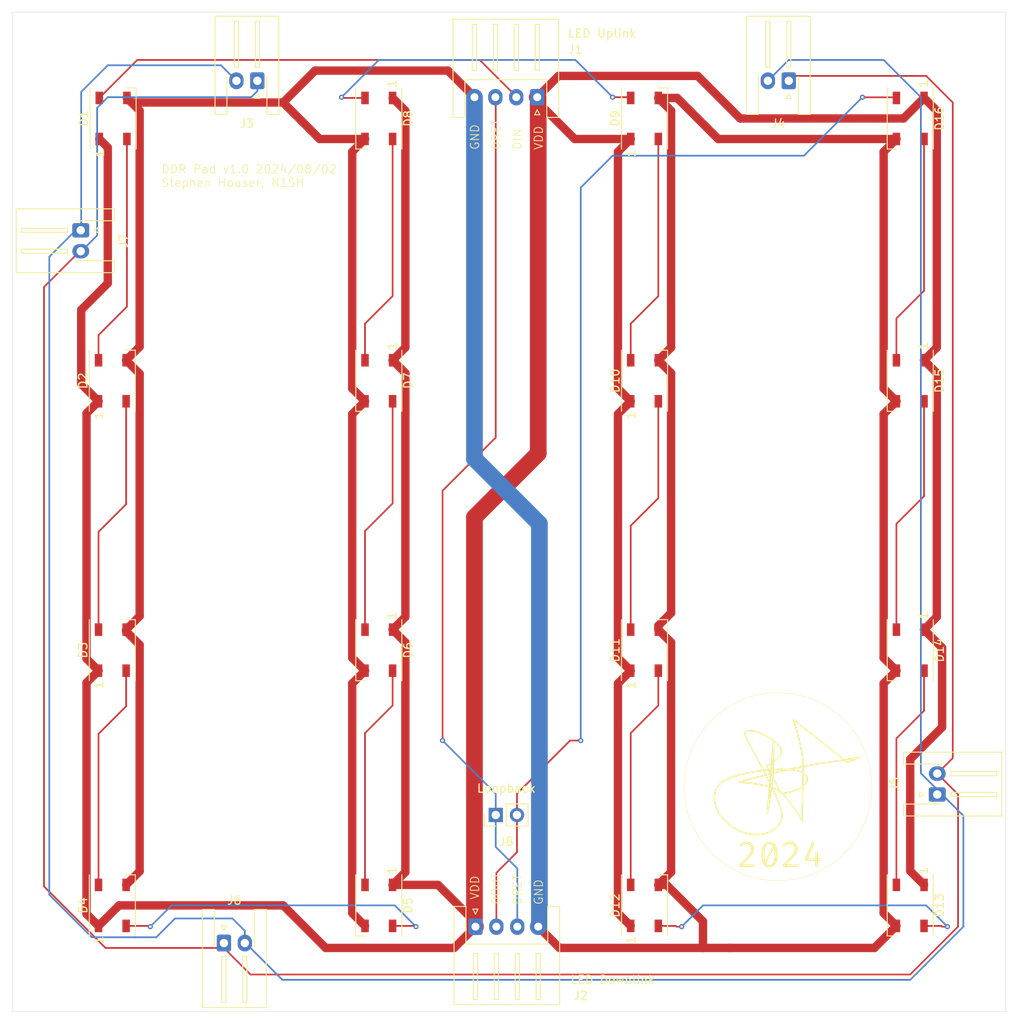
<source format=kicad_pcb>
(kicad_pcb (version 20240108) (generator "pcbnew") (generator_version "8.0")
  (title_block (title "DDR Pad Light") (date "2024-07-24") (rev "1.0") (company "Stephen Houser"))
  (layers (0 "F.Cu" signal) (31 "B.Cu" signal) (34 "B.Paste" user) (35 "F.Paste" user) (36 "B.SilkS" user "B.Silkscreen") (37 "F.SilkS" user "F.Silkscreen") (38 "B.Mask" user) (39 "F.Mask" user) (44 "Edge.Cuts" user))
  (net 0 "")
  (net 1 "GND")
  (net 2 "Net-(D1-DOUT)")
  (net 3 "VDD")
  (net 4 "DIN")
  (net 5 "Net-(D2-DOUT)")
  (net 6 "Net-(D3-DOUT)")
  (net 7 "Net-(D4-DOUT)")
  (net 8 "Net-(D5-DOUT)")
  (net 9 "Net-(D6-DOUT)")
  (net 10 "Net-(D7-DOUT)")
  (net 11 "Net-(D8-DOUT)")
  (net 12 "Net-(D10-DIN)")
  (net 13 "Net-(D10-DOUT)")
  (net 14 "Net-(D11-DOUT)")
  (net 15 "Net-(D12-DOUT)")
  (net 16 "Net-(D13-DOUT)")
  (net 17 "Net-(D14-DOUT)")
  (net 18 "Net-(D15-DOUT)")
  (net 19 "DOUT")
  (net 20 "Net-(J3-Pin_2)")
  (net 21 "Net-(J3-Pin_1)")
  (net 22 "DRET")
  (footprint "Connector_JST:JST_XH_S4B-XH-A_1x04_P2.50mm_Horizontal" (layer "F.Cu") (at 114.18 60.96 180)
    (property "Reference" "J1")
    (property "Value" "LED Uplink")
  )
  (footprint "LED_SMD:LED_WS2812B_PLCC4_5.0x5.0mm_P3.2mm" (layer "F.Cu") (at 95.25 127 -90)
    (property "Reference" "D6")
    (property "Value" "WS2812B")
  )
  (footprint "LED_SMD:LED_WS2812B_PLCC4_5.0x5.0mm_P3.2mm" (layer "F.Cu") (at 127 157.48 90)
    (property "Reference" "D12")
    (property "Value" "WS2812B")
  )
  (footprint "Connector_PinHeader_2.54mm:PinHeader_1x02_P2.54mm_Vertical" (layer "F.Cu") (at 109.22 146.685 90)
    (property "Reference" "J8")
    (property "Value" "Loopback")
  )
  (footprint "LED_SMD:LED_WS2812B_PLCC4_5.0x5.0mm_P3.2mm" (layer "F.Cu") (at 63.41 127 90)
    (property "Reference" "D3")
    (property "Value" "WS2812B")
  )
  (footprint "LED_SMD:LED_WS2812B_PLCC4_5.0x5.0mm_P3.2mm" (layer "F.Cu") (at 127 63.5 90)
    (property "Reference" "D9")
    (property "Value" "WS2812B")
  )
  (footprint "Connector_JST:JST_XH_S2B-XH-A-1_1x02_P2.50mm_Horizontal" (layer "F.Cu") (at 144.24 59 180)
    (property "Reference" "J4")
    (property "Value" "SW1")
  )
  (footprint "LED_SMD:LED_WS2812B_PLCC4_5.0x5.0mm_P3.2mm" (layer "F.Cu") (at 63.41 157.48 90)
    (property "Reference" "D4")
    (property "Value" "WS2812B")
  )
  (footprint "LED_SMD:LED_WS2812B_PLCC4_5.0x5.0mm_P3.2mm" (layer "F.Cu") (at 158.75 157.48 -90)
    (property "Reference" "D13")
    (property "Value" "WS2812B")
  )
  (footprint "LED_SMD:LED_WS2812B_PLCC4_5.0x5.0mm_P3.2mm" (layer "F.Cu") (at 95.25 63.5 -90)
    (property "Reference" "D8")
    (property "Value" "WS2812B")
  )
  (footprint "Connector_JST:JST_XH_S2B-XH-A-1_1x02_P2.50mm_Horizontal" (layer "F.Cu") (at 59.635 76.855 -90)
    (property "Reference" "J7")
    (property "Value" "SW4")
  )
  (footprint "LED_SMD:LED_WS2812B_PLCC4_5.0x5.0mm_P3.2mm" (layer "F.Cu") (at 95.25 94.8267 -90)
    (property "Reference" "D7")
    (property "Value" "WS2812B")
  )
  (footprint "LED_SMD:LED_WS2812B_PLCC4_5.0x5.0mm_P3.2mm" (layer "F.Cu") (at 158.75 63.5 -90)
    (property "Reference" "D16")
    (property "Value" "WS2812B")
  )
  (footprint "LED_SMD:LED_WS2812B_PLCC4_5.0x5.0mm_P3.2mm" (layer "F.Cu") (at 158.75 94.8267 -90)
    (property "Reference" "D15")
    (property "Value" "WS2812B")
  )
  (footprint "LED_SMD:LED_WS2812B_PLCC4_5.0x5.0mm_P3.2mm" (layer "F.Cu") (at 127 127 90)
    (property "Reference" "D11")
    (property "Value" "WS2812B")
  )
  (footprint "Connector_JST:JST_XH_S4B-XH-A_1x04_P2.50mm_Horizontal" (layer "F.Cu") (at 106.8 160.02)
    (property "Reference" "J2")
    (property "Value" "LED Downlink")
  )
  (footprint "LED_SMD:LED_WS2812B_PLCC4_5.0x5.0mm_P3.2mm" (layer "F.Cu") (at 95.25 157.48 -90)
    (property "Reference" "D5")
    (property "Value" "WS2812B")
  )
  (footprint "LED_SMD:LED_WS2812B_PLCC4_5.0x5.0mm_P3.2mm" (layer "F.Cu") (at 63.41 94.8267 90)
    (property "Reference" "D2")
    (property "Value" "WS2812B")
  )
  (footprint "Connector_JST:JST_XH_S2B-XH-A-1_1x02_P2.50mm_Horizontal" (layer "F.Cu") (at 161.98 144.24 90)
    (property "Reference" "J5")
    (property "Value" "SW2")
  )
  (footprint "Connector_JST:JST_XH_S2B-XH-A-1_1x02_P2.50mm_Horizontal" (layer "F.Cu") (at 76.74 161.98)
    (property "Reference" "J6")
    (property "Value" "SW3")
  )
  (footprint "LED_SMD:LED_WS2812B_PLCC4_5.0x5.0mm_P3.2mm" (layer "F.Cu") (at 158.75 127 -90)
    (property "Reference" "D14")
    (property "Value" "WS2812B")
  )
  (footprint "LED_SMD:LED_WS2812B_PLCC4_5.0x5.0mm_P3.2mm" (layer "F.Cu") (at 63.5 63.5 90)
    (property "Reference" "D1")
    (property "Value" "WS2812B")
  )
  (footprint "LED_SMD:LED_WS2812B_PLCC4_5.0x5.0mm_P3.2mm" (layer "F.Cu") (at 127 94.8267 90)
    (property "Reference" "D10")
    (property "Value" "WS2812B")
  )
  (footprint "Connector_JST:JST_XH_S2B-XH-A-1_1x02_P2.50mm_Horizontal" (layer "F.Cu") (at 80.74 59 180)
    (property "Reference" "J3")
    (property "Value" "SW Uplink")
  )
  (gr_poly (pts (xy 144.437466 149.86) (xy 144.471803 149.861298) (xy 144.505512 149.86346) (xy 144.538594 149.866488) (xy 144.571048 149.870381) (xy 144.602874 149.875138) (xy 144.634073 149.880761) (xy 144.664644 149.887248) (xy 144.694588 149.894601) (xy 144.723904 149.902819) (xy 144.752592 149.911901) (xy 144.780653 149.921849) (xy 144.808087 149.932661) (xy 144.834893 149.944339) (xy 144.861071 149.956882) (xy 144.886622 149.97029) (xy 144.911485 149.984172) (xy 144.935603 149.998682) (xy 144.958974 150.01382) (xy 144.9816 150.029585) (xy 145.003479 150.045977) (xy 145.024611 150.062997) (xy 145.044998 150.080645) (xy 145.064638 150.09892) (xy 145.083532 150.117822) (xy 145.10168 150.137352) (xy 145.119081 150.15751) (xy 145.135736 150.178295) (xy 145.151645 150.199707) (xy 145.166808 150.221747) (xy 145.181224 150.244415) (xy 145.194894 150.26771) (xy 145.208038 150.291505) (xy 145.220334 150.315674) (xy 145.231783 150.340215) (xy 145.242383 150.36513) (xy 145.252135 150.390418) (xy 145.261039 150.416079) (xy 145.269096 150.442112) (xy 145.276304 150.46852) (xy 145.282664 150.4953) (xy 145.288176 150.522453) (xy 145.292841 150.549979) (xy 145.296657 150.577879) (xy 145.299625 150.606151) (xy 145.301745 150.634797) (xy 145.303017 150.663815) (xy 145.303441 150.693207) (xy 145.303161 150.718953) (xy 145.302322 150.744632) (xy 145.300923 150.770242) (xy 145.298964 150.795785) (xy 145.296445 150.821259) (xy 145.293367 150.846666) (xy 145.289729 150.872005) (xy 145.285531 150.897276) (xy 145.280773 150.922479) (xy 145.275456 150.947615) (xy 145.26958 150.972683) (xy 145.263143 150.997683) (xy 145.256147 151.022615) (xy 145.248592 151.04748) (xy 145.240476 151.072277) (xy 145.231801 151.097006) (xy 145.222507 151.121514) (xy 145.212535 151.146191) (xy 145.201884 151.171038) (xy 145.190554 151.196055) (xy 145.16586 151.246597) (xy 145.138452 151.297817) (xy 145.10833 151.349716) (xy 145.075494 151.402294) (xy 145.039944 151.45555) (xy 145.001681 151.509486) (xy 144.961044 151.563962) (xy 144.917286 151.61993) (xy 144.870407 151.677392) (xy 144.820408 151.736346) (xy 144.767288 151.796793) (xy 144.711046 151.858733) (xy 144.651684 151.922167) (xy 144.589201 151.987093) (xy 144.523395 152.053916) (xy 144.45406 152.123045) (xy 144.381198 152.194481) (xy 144.304808 152.268225) (xy 144.141445 152.422633) (xy 143.96397 152.586272) (xy 145.37291 152.586272) (xy 145.327316 152.896715) (xy 143.549317 152.896715) (xy 143.549317 152.599295) (xy 143.751214 152.404183) (xy 143.933574 152.224809) (xy 144.096394 152.061174) (xy 144.239676 151.913279) (xy 144.305075 151.844488) (xy 144.366675 151.778139) (xy 144.424476 151.714232) (xy 144.478478 151.652767) (xy 144.528681 151.593745) (xy 144.575085 151.537165) (xy 144.61769 151.483028) (xy 144.656495 151.431334) (xy 144.691977 151.380859) (xy 144.724608 151.33147) (xy 144.754391 151.283166) (xy 144.781324 151.235949) (xy 144.805407 151.189817) (xy 144.816381 151.167158) (xy 144.826642 151.144771) (xy 144.836191 151.122655) (xy 144.845027 151.100811) (xy 144.853151 151.079238) (xy 144.860563 151.057936) (xy 144.867661 151.036719) (xy 144.874301 151.015401) (xy 144.880483 150.99398) (xy 144.886207 150.972458) (xy 144.891473 150.950834) (xy 144.896281 150.929108) (xy 144.900631 150.907281) (xy 144.904524 150.885351) (xy 144.907958 150.86332) (xy 144.910935 150.841187) (xy 144.913453 150.818952) (xy 144.915514 150.796615) (xy 144.917117 150.774176) (xy 144.918261 150.751635) (xy 144.919177 150.706248) (xy 144.918626 150.675185) (xy 144.916972 150.644953) (xy 144.914216 150.615552) (xy 144.910358 150.586983) (xy 144.905397 150.559244) (xy 144.899333 150.532336) (xy 144.892167 150.50626) (xy 144.883899 150.481014) (xy 144.874528 150.4566) (xy 144.864055 150.433016) (xy 144.85248 150.410264) (xy 144.839802 150.388342) (xy 144.826021 150.367252) (xy 144.811139 150.346992) (xy 144.795153 150.327564) (xy 144.778066 150.308966) (xy 144.759995 150.291353) (xy 144.741058 150.274876) (xy 144.721257 150.259536) (xy 144.700591 150.245332) (xy 144.67906 150.232265) (xy 144.656663 150.220333) (xy 144.633402 150.209538) (xy 144.609276 150.199879) (xy 144.584285 150.191357) (xy 144.558428 150.183971) (xy 144.531707 150.177721) (xy 144.504121 150.172608) (xy 144.47567 150.168631) (xy 144.446354 150.16579) (xy 144.416173 150.164085) (xy 144.385127 150.163517) (xy 144.357762 150.163814) (xy 144.331024 150.164704) (xy 144.304913 150.166188) (xy 144.27943 150.168266) (xy 144.254574 150.170937) (xy 144.230346 150.174202) (xy 144.206746 150.17806) (xy 144.183773 150.182512) (xy 144.161428 150.187558) (xy 144.13971 150.193197) (xy 144.118619 150.19943) (xy 144.098157 150.206257) (xy 144.078322 150.213677) (xy 144.059114 150.221691) (xy 144.040534 150.230299) (xy 144.022581 150.2395) (xy 144.004942 150.249355) (xy 143.987304 150.259921) (xy 143.969665 150.2712) (xy 143.952026 150.283191) (xy 143.934387 150.295895) (xy 143.916748 150.30931) (xy 143.899109 150.323438) (xy 143.88147 150.338279) (xy 143.863831 150.353831) (xy 143.846192 150.370096) (xy 143.828553 150.387073) (xy 143.810914 150.404762) (xy 143.793275 150.423163) (xy 143.775636 150.442277) (xy 143.757997 150.462103) (xy 143.740358 150.482642) (xy 143.488528 150.287257) (xy 143.510925 150.260561) (xy 143.533609 150.234747) (xy 143.556582 150.209816) (xy 143.579843 150.185766) (xy 143.603393 150.162598) (xy 143.62723 150.140312) (xy 143.651356 150.118908) (xy 143.675771 150.098386) (xy 143.700474 150.078746) (xy 143.725465 150.059988) (xy 143.750744 150.042111) (xy 143.776312 150.025117) (xy 143.802168 150.009004) (xy 143.828313 149.993774) (xy 143.854746 149.979425) (xy 143.881467 149.965958) (xy 143.908943 149.953076) (xy 143.937098 149.941025) (xy 143.96593 149.929806) (xy 143.995442 149.919417) (xy 144.025631 149.90986) (xy 144.056499 149.901133) (xy 144.088045 149.893238) (xy 144.12027 149.886174) (xy 144.153173 149.879941) (xy 144.186755 149.874539) (xy 144.221015 149.869968) (xy 144.255953 149.866228) (xy 144.29157 149.863319) (xy 144.327865 149.861242) (xy 144.364839 149.859995) (xy 144.402491 149.859579) (xy 144.402502 149.859568)) (stroke (width -0.000001)) (fill solid) (layer "F.SilkS"))
  (gr_poly (pts (xy 151.231627 140.376917) (xy 150.871726 140.092677) (xy 152.840347 139.791928)) (stroke (width 0.187499) (color 0 0 255 1)) (fill none) (layer "F.SilkS"))
  (gr_poly (pts (xy 144.028858 141.244883) (xy 144.724442 141.30659) (xy 145.326668 141.416089) (xy 145.586388 141.489618) (xy 145.815107 141.576123) (xy 146.010272 141.675947) (xy 146.169329 141.789433) (xy 146.289724 141.916923) (xy 146.368905 142.058761) (xy 146.414475 142.20469) (xy 146.436699 142.3443) (xy 146.437013 142.477701) (xy 146.416854 142.605005) (xy 146.377657 142.726322) (xy 146.320859 142.841761) (xy 146.247896 142.951435) (xy 146.160204 143.055454) (xy 146.059219 143.153927) (xy 145.946377 143.246966) (xy 145.823114 143.334681) (xy 145.690867 143.417184) (xy 145.551071 143.494584) (xy 145.405164 143.566991) (xy 145.100756 143.697274) (xy 144.789134 143.808915) (xy 144.481785 143.902801) (xy 144.190199 143.979815) (xy 143.925865 144.040843) (xy 143.524911 144.118478) (xy 143.370834 144.142783) (xy 141.809963 141.301995) (xy 142.43933 141.253879) (xy 143.260344 141.228227)) (stroke (width 0.187499) (color 0 0 255 1)) (fill none) (layer "F.SilkS"))
  (gr_poly (pts (xy 141.213476 141.368419) (xy 142.077088 143.064893) (xy 142.470649 143.886928) (xy 142.818313 144.664374) (xy 143.104778 145.376893) (xy 143.314741 146.004143) (xy 143.386253 146.279437) (xy 143.432902 146.525786) (xy 143.452775 146.740648) (xy 143.443959 146.92148) (xy 143.413825 147.082346) (xy 143.371278 147.238819) (xy 143.316707 147.390624) (xy 143.250501 147.537489) (xy 143.173049 147.679138) (xy 143.084739 147.815297) (xy 142.985962 147.945692) (xy 142.877105 148.07005) (xy 142.758558 148.188094) (xy 142.63071 148.299553) (xy 142.49395 148.40415) (xy 142.348667 148.501613) (xy 142.195249 148.591666) (xy 142.034086 148.674036) (xy 141.865568 148.748448) (xy 141.690082 148.814628) (xy 141.508017 148.872302) (xy 141.319764 148.921195) (xy 141.12571 148.961034) (xy 140.926245 148.991544) (xy 140.721758 149.012451) (xy 140.512638 149.023481) (xy 140.299273 149.024359) (xy 140.082053 149.014812) (xy 139.861367 148.994565) (xy 139.637603 148.963343) (xy 139.411151 148.920874) (xy 139.1824 148.866881) (xy 138.951739 148.801092) (xy 138.719556 148.723231) (xy 138.486241 148.633026) (xy 138.252183 148.530201) (xy 138.021437 148.416052) (xy 137.798011 148.292427) (xy 137.582219 148.159883) (xy 137.374375 148.018976) (xy 137.174794 147.870262) (xy 136.983791 147.714297) (xy 136.801679 147.551638) (xy 136.628773 147.382841) (xy 136.465388 147.208461) (xy 136.311838 147.029055) (xy 136.168437 146.84518) (xy 136.035501 146.65739) (xy 135.913343 146.466244) (xy 135.802278 146.272296) (xy 135.70262 146.076102) (xy 135.614684 145.87822) (xy 135.538785 145.679205) (xy 135.475236 145.479613) (xy 135.424352 145.280001) (xy 135.386448 145.080925) (xy 135.361838 144.882941) (xy 135.350837 144.686604) (xy 135.353758 144.492472) (xy 135.370918 144.301101) (xy 135.402629 144.113046) (xy 135.449206 143.928863) (xy 135.510964 143.74911) (xy 135.588218 143.574342) (xy 135.681281 143.405115) (xy 135.790468 143.241986) (xy 135.916094 143.08551) (xy 136.058473 142.936244) (xy 136.227882 142.792687) (xy 136.432684 142.653195) (xy 136.938257 142.387779) (xy 137.554761 142.142736) (xy 138.261768 141.920809) (xy 139.038849 141.72474) (xy 139.865574 141.557271) (xy 140.721516 141.421143) (xy 141.210822 141.363401)) (stroke (width 0.187499) (color 0 0 255 1)) (fill none) (layer "F.SilkS"))
  (gr_poly (pts (xy 139.819418 136.630382) (xy 140.059547 136.665863) (xy 140.317099 136.726698) (xy 140.589121 136.811925) (xy 140.872664 136.920582) (xy 141.164775 137.051705) (xy 141.462503 137.204331) (xy 141.762896 137.377499) (xy 142.063003 137.570246) (xy 142.359873 137.781609) (xy 142.650554 138.010625) (xy 142.932094 138.256332) (xy 143.057612 138.382734) (xy 143.159057 138.50808) (xy 143.237747 138.632177) (xy 143.294999 138.754829) (xy 143.332131 138.875844) (xy 143.35046 138.995027) (xy 143.351303 139.112184) (xy 143.335978 139.227122) (xy 143.305801 139.339647) (xy 143.262091 139.449565) (xy 143.206164 139.556681) (xy 143.139338 139.660802) (xy 143.062931 139.761734) (xy 142.978259 139.859284) (xy 142.886641 139.953256) (xy 142.789392 140.043458) (xy 142.583276 140.211775) (xy 142.37045 140.362682) (xy 142.161452 140.494628) (xy 141.966821 140.606063) (xy 141.662816 140.761192) (xy 141.542745 140.815659) (xy 141.809963 141.301995) (xy 141.586244 141.319099) (xy 141.210822 141.363401) (xy 139.608746 138.33537) (xy 139.322341 137.770737) (xy 139.112451 137.324234) (xy 138.994376 137.016203) (xy 138.974551 136.920471) (xy 138.983418 136.866983) (xy 139.033582 136.810287) (xy 139.092161 136.761253) (xy 139.158784 136.719761) (xy 139.233084 136.685691) (xy 139.31469 136.658921) (xy 139.403235 136.639333) (xy 139.498349 136.626805) (xy 139.599664 136.621217)) (stroke (width 0.187499) (color 0 0 255 1)) (fill none) (layer "F.SilkS"))
  (gr_poly (pts (xy 141.989128 149.861128) (xy 142.046624 149.865809) (xy 142.102288 149.873611) (xy 142.15612 149.884534) (xy 142.208121 149.898577) (xy 142.25829 149.915741) (xy 142.306627 149.936026) (xy 142.353132 149.959432) (xy 142.397806 149.985958) (xy 142.440648 150.015605) (xy 142.481659 150.048373) (xy 142.520837 150.084262) (xy 142.558184 150.123271) (xy 142.5937 150.165401) (xy 142.627383 150.210652) (xy 142.659235 150.259024) (xy 142.689467 150.310295) (xy 142.717749 150.364246) (xy 142.74408 150.420876) (xy 142.768461 150.480187) (xy 142.790891 150.542177) (xy 142.811371 150.606848) (xy 142.829901 150.674198) (xy 142.846479 150.744228) (xy 142.861108 150.816937) (xy 142.873786 150.892327) (xy 142.884513 150.970396) (xy 142.89329 151.051145) (xy 142.900117 151.134574) (xy 142.904993 151.220682) (xy 142.907918 151.309471) (xy 142.908894 151.400938) (xy 142.907918 151.492678) (xy 142.904993 151.581737) (xy 142.900117 151.668117) (xy 142.89329 151.751816) (xy 142.884513 151.832836) (xy 142.873786 151.911177) (xy 142.861108 151.986837) (xy 142.846479 152.059818) (xy 142.829901 152.130118) (xy 142.811371 152.197739) (xy 142.790891 152.262681) (xy 142.768461 152.324942) (xy 142.74408 152.384524) (xy 142.717749 152.441426) (xy 142.689467 152.495648) (xy 142.659235 152.54719) (xy 142.627383 152.59556) (xy 142.61077 152.618574) (xy 142.5937 152.640809) (xy 142.576171 152.662263) (xy 142.558184 152.682937) (xy 142.53974 152.702831) (xy 142.520837 152.721945) (xy 142.501477 152.740279) (xy 142.481659 152.757833) (xy 142.461382 152.774606) (xy 142.440648 152.7906) (xy 142.419456 152.805813) (xy 142.397806 152.820246) (xy 142.375698 152.833899) (xy 142.353132 152.846772) (xy 142.330109 152.858865) (xy 142.306627 152.870177) (xy 142.282687 152.88071) (xy 142.25829 152.890462) (xy 142.233434 152.899434) (xy 142.208121 152.907626) (xy 142.182349 152.915037) (xy 142.15612 152.921669) (xy 142.129433 152.92752) (xy 142.102288 152.932591) (xy 142.074685 152.936882) (xy 142.046624 152.940393) (xy 141.989128 152.945074) (xy 141.9298 152.946635) (xy 141.870464 152.945074) (xy 141.812943 152.940393) (xy 141.757237 152.932591) (xy 141.703345 152.921669) (xy 141.651268 152.907626) (xy 141.601006 152.890462) (xy 141.552558 152.870177) (xy 141.505926 152.846772) (xy 141.461108 152.820246) (xy 141.418104 152.7906) (xy 141.376916 152.757833) (xy 141.337542 152.721945) (xy 141.299983 152.682937) (xy 141.264239 152.640809) (xy 141.230309 152.59556) (xy 141.198194 152.54719) (xy 141.168225 152.495646) (xy 141.149977 152.460352) (xy 141.536862 152.460352) (xy 141.554425 152.483486) (xy 141.57292 152.505127) (xy 141.592348 152.525276) (xy 141.612709 152.543932) (xy 141.634002 152.561096) (xy 141.656229 152.576767) (xy 141.679388 152.590945) (xy 141.703481 152.603631) (xy 141.728506 152.614824) (xy 141.754464 152.624525) (xy 141.781354 152.632733) (xy 141.809178 152.639449) (xy 141.837934 152.644673) (xy 141.867623 152.648404) (xy 141.898245 152.650642) (xy 141.9298 152.651388) (xy 141.964069 152.650244) (xy 141.997405 152.646809) (xy 142.029808 152.641084) (xy 142.061278 152.63307) (xy 142.091815 152.622766) (xy 142.12142 152.610173) (xy 142.150091 152.595289) (xy 142.17783 152.578116) (xy 142.204636 152.558654) (xy 142.230509 152.536901) (xy 142.25545 152.512859) (xy 142.279457 152.486528) (xy 142.302532 152.457906) (xy 142.324675 152.426996) (xy 142.345884 152.393795) (xy 142.366161 152.358305) (xy 142.385351 152.32022) (xy 142.403304 152.279235) (xy 142.420018 152.23535) (xy 142.435495 152.188565) (xy 142.449733 152.138879) (xy 142.462733 152.086293) (xy 142.474495 152.030807) (xy 142.485019 151.972421) (xy 142.494305 151.911134) (xy 142.502352 151.846948) (xy 142.509162 151.779861) (xy 142.514733 151.709874) (xy 142.519067 151.636987) (xy 142.522162 151.561201) (xy 142.524019 151.482514) (xy 142.524638 151.400933) (xy 142.523417 151.278992) (xy 142.519754 151.163897) (xy 142.513648 151.055655) (xy 142.505099 150.954265) (xy 142.494109 150.859727) (xy 142.480676 150.772041) (xy 142.464801 150.691207) (xy 142.446484 150.617224) (xy 141.536862 152.460352) (xy 141.149977 152.460352) (xy 141.140189 152.441422) (xy 141.114087 152.384519) (xy 141.089918 152.324936) (xy 141.067683 152.262673) (xy 141.047382 152.197731) (xy 141.029013 152.13011) (xy 141.012579 152.059809) (xy 140.998078 151.986829) (xy 140.98551 151.911169) (xy 140.974876 151.832829) (xy 140.966175 151.75181) (xy 140.959408 151.668111) (xy 140.954574 151.581733) (xy 140.951674 151.492676) (xy 140.950707 151.400938) (xy 141.337137 151.400938) (xy 141.338324 151.521901) (xy 141.341886 151.636215) (xy 141.347822 151.743881) (xy 141.356133 151.844898) (xy 141.366818 151.939266) (xy 141.379878 152.026985) (xy 141.395312 152.108056) (xy 141.41312 152.182478) (xy 142.327085 150.345862) (xy 142.309505 150.322465) (xy 142.290959 150.300577) (xy 142.271446 150.280199) (xy 142.250967 150.26133) (xy 142.22952 150.243971) (xy 142.218435 150.235858) (xy 142.207107 150.228121) (xy 142.195538 150.220763) (xy 142.183727 150.213781) (xy 142.15938 150.20095) (xy 142.134067 150.189629) (xy 142.107787 150.179817) (xy 142.08054 150.171515) (xy 142.052326 150.164722) (xy 142.023145 150.159438) (xy 141.992998 150.155664) (xy 141.961884 150.1534) (xy 141.929803 150.152645) (xy 141.9298 150.152645) (xy 141.895795 150.15379) (xy 141.862705 150.157225) (xy 141.830531 150.162949) (xy 141.799273 150.170963) (xy 141.768931 150.181266) (xy 141.739505 150.193859) (xy 141.710994 150.208742) (xy 141.6834 150.225915) (xy 141.656721 150.245377) (xy 141.630958 150.267129) (xy 141.606112 150.29117) (xy 141.582181 150.317501) (xy 141.559165 150.346122) (xy 141.537066 150.377033) (xy 141.515883 150.410233) (xy 141.495615 150.445723) (xy 141.476424 150.483545) (xy 141.458472 150.524284) (xy 141.441757 150.56794) (xy 141.426281 150.614513) (xy 141.412043 150.664004) (xy 141.399042 150.716412) (xy 141.38728 150.771737) (xy 141.376757 150.829979) (xy 141.367471 150.891138) (xy 141.359423 150.955215) (xy 141.352613 151.022209) (xy 141.347042 151.09212) (xy 141.342709 151.164949) (xy 141.339613 151.240695) (xy 141.337756 151.319358) (xy 141.337137 151.400938) (xy 140.950707 151.400938) (xy 140.951674 151.309471) (xy 140.954574 151.220682) (xy 140.959408 151.134574) (xy 140.966175 151.051145) (xy 140.974876 150.970396) (xy 140.98551 150.892327) (xy 140.998078 150.816937) (xy 141.012579 150.744228) (xy 141.029013 150.674198) (xy 141.047382 150.606848) (xy 141.067683 150.542177) (xy 141.089918 150.480187) (xy 141.114087 150.420876) (xy 141.140189 150.364246) (xy 141.168225 150.310295) (xy 141.198194 150.259024) (xy 141.230309 150.210652) (xy 141.247047 150.187637) (xy 141.264239 150.165401) (xy 141.281884 150.143946) (xy 141.299983 150.123271) (xy 141.318536 150.103377) (xy 141.337542 150.084262) (xy 141.357002 150.065928) (xy 141.376916 150.048373) (xy 141.397283 150.031599) (xy 141.418104 150.015605) (xy 141.439379 150.000392) (xy 141.461108 149.985958) (xy 141.48329 149.972305) (xy 141.505926 149.959432) (xy 141.529015 149.947339) (xy 141.552558 149.936026) (xy 141.576555 149.925494) (xy 141.601006 149.915741) (xy 141.62591 149.906769) (xy 141.651268 149.898577) (xy 141.67708 149.891166) (xy 141.703345 149.884534) (xy 141.730064 149.878683) (xy 141.757237 149.873611) (xy 141.784863 149.86932) (xy 141.812943 149.865809) (xy 141.870464 149.861128) (xy 141.9298 149.859568)) (stroke (width -0.000001)) (fill solid) (layer "F.SilkS"))
  (gr_poly (pts (xy 150.871726 140.092677) (xy 149.654769 140.278594) (xy 146.953177 140.719899) (xy 145.967092 140.893943) (xy 145.967244 140.774335) (xy 145.940249 140.334535) (xy 145.889531 139.870032) (xy 145.818883 139.388984) (xy 145.732095 138.899547) (xy 145.63296 138.409877) (xy 145.52527 137.928131) (xy 145.412817 137.462465) (xy 145.188789 136.612001) (xy 144.991211 135.923739) (xy 144.796747 135.294825)) (stroke (width 0.187499) (color 0 0 255 1)) (fill none) (layer "F.SilkS"))
  (gr_poly (pts (xy 145.966725 141.181276) (xy 145.908907 143.024984) (xy 145.86252 145.064617) (xy 145.820478 147.396785) (xy 145.527319 146.880115) (xy 145.192826 146.337195) (xy 144.987921 146.024606) (xy 144.761461 145.696034) (xy 144.516109 145.360055) (xy 144.254528 145.025246) (xy 143.979381 144.700182) (xy 143.69333 144.393441) (xy 143.547048 144.249622) (xy 143.399039 144.113599) (xy 143.249636 143.986445) (xy 143.099171 143.869232) (xy 142.947977 143.763033) (xy 142.796388 143.668918) (xy 142.644735 143.58796) (xy 142.493353 143.521232) (xy 142.180464 143.408448) (xy 141.849831 143.306768) (xy 141.506688 143.215665) (xy 141.156269 143.13461) (xy 140.454537 143.000532) (xy 139.786504 142.900308) (xy 139.194038 142.829712) (xy 138.71901 142.784519) (xy 138.288745 142.753435) (xy 140.560278 142.138802) (xy 141.571963 141.876061) (xy 142.633464 141.609521) (xy 143.680927 141.3591) (xy 144.650501 141.144715) (xy 145.698626 140.941328) (xy 145.967092 140.893943)) (stroke (width 0.187499) (color 0 0 255 1)) (fill none) (layer "F.SilkS"))
  (gr_poly (pts (xy 139.22721 149.86) (xy 139.261546 149.861298) (xy 139.295255 149.86346) (xy 139.328337 149.866488) (xy 139.360791 149.870381) (xy 139.392617 149.875138) (xy 139.423816 149.880761) (xy 139.454387 149.887248) (xy 139.484331 149.894601) (xy 139.513647 149.902819) (xy 139.542336 149.911901) (xy 139.570397 149.921849) (xy 139.59783 149.932661) (xy 139.624636 149.944339) (xy 139.650814 149.956882) (xy 139.676365 149.97029) (xy 139.701229 149.984172) (xy 139.725346 149.998682) (xy 139.748718 150.01382) (xy 139.771343 150.029585) (xy 139.793222 150.045977) (xy 139.814354 150.062997) (xy 139.834741 150.080645) (xy 139.854381 150.09892) (xy 139.873275 150.117822) (xy 139.891423 150.137352) (xy 139.908824 150.15751) (xy 139.92548 150.178295) (xy 139.941388 150.199707) (xy 139.956551 150.221747) (xy 139.970967 150.244415) (xy 139.984637 150.26771) (xy 139.997781 150.291505) (xy 140.010078 150.315674) (xy 140.021526 150.340215) (xy 140.032126 150.36513) (xy 140.041878 150.390418) (xy 140.050783 150.416079) (xy 140.058839 150.442112) (xy 140.066047 150.46852) (xy 140.072407 150.4953) (xy 140.07792 150.522453) (xy 140.082584 150.549979) (xy 140.0864 150.577879) (xy 140.089368 150.606151) (xy 140.091488 150.634797) (xy 140.09276 150.663815) (xy 140.093184 150.693207) (xy 140.092905 150.718953) (xy 140.092065 150.744632) (xy 140.090666 150.770242) (xy 140.088707 150.795785) (xy 140.086188 150.821259) (xy 140.08311 150.846666) (xy 140.079472 150.872005) (xy 140.075274 150.897276) (xy 140.070517 150.922479) (xy 140.0652 150.947615) (xy 140.059323 150.972683) (xy 140.052886 150.997683) (xy 140.04589 151.022615) (xy 140.038335 151.04748) (xy 140.030219 151.072277) (xy 140.021544 151.097006) (xy 140.01225 151.121514) (xy 140.002278 151.146191) (xy 139.991627 151.171038) (xy 139.980297 151.196055) (xy 139.955603 151.246597) (xy 139.928195 151.297817) (xy 139.898073 151.349716) (xy 139.865237 151.402294) (xy 139.829687 151.45555) (xy 139.791424 151.509486) (xy 139.750787 151.563962) (xy 139.707029 151.61993) (xy 139.66015 151.677392) (xy 139.610151 151.736346) (xy 139.557031 151.796793) (xy 139.50079 151.858733) (xy 139.441427 151.922167) (xy 139.378944 151.987093) (xy 139.313138 152.053916) (xy 139.243803 152.123045) (xy 139.170941 152.194481) (xy 139.094551 152.268225) (xy 138.931188 152.422633) (xy 138.753713 152.586272) (xy 140.162653 152.586272) (xy 140.11706 152.896715) (xy 138.33906 152.896715) (xy 138.33906 152.599295) (xy 138.540958 152.404183) (xy 138.723317 152.224809) (xy 138.886137 152.061174) (xy 139.029419 151.913279) (xy 139.094818 151.844488) (xy 139.156418 151.778139) (xy 139.214219 151.714232) (xy 139.268221 151.652767) (xy 139.318424 151.593745) (xy 139.364828 151.537165) (xy 139.407433 151.483028) (xy 139.446238 151.431334) (xy 139.48172 151.380859) (xy 139.514352 151.33147) (xy 139.544134 151.283166) (xy 139.571067 151.235949) (xy 139.595151 151.189817) (xy 139.606124 151.167158) (xy 139.616385 151.144771) (xy 139.625934 151.122655) (xy 139.63477 151.100811) (xy 139.642895 151.079238) (xy 139.650307 151.057936) (xy 139.657404 151.036719) (xy 139.664044 151.015401) (xy 139.670226 150.99398) (xy 139.67595 150.972458) (xy 139.681216 150.950834) (xy 139.686024 150.929108) (xy 139.690375 150.907281) (xy 139.694267 150.885351) (xy 139.697701 150.86332) (xy 139.700678 150.841187) (xy 139.703196 150.818952) (xy 139.705257 150.796615) (xy 139.70686 150.774176) (xy 139.708005 150.751635) (xy 139.70892 150.706248) (xy 139.708369 150.675185) (xy 139.706715 150.644953) (xy 139.703959 150.615552) (xy 139.700101 150.586983) (xy 139.69514 150.559244) (xy 139.689076 150.532336) (xy 139.68191 150.50626) (xy 139.673642 150.481014) (xy 139.664271 150.4566) (xy 139.653798 150.433016) (xy 139.642223 150.410264) (xy 139.629545 150.388342) (xy 139.615764 150.367252) (xy 139.600882 150.346992) (xy 139.584897 150.327564) (xy 139.567809 150.308966) (xy 139.549738 150.291353) (xy 139.530801 150.274876) (xy 139.511 150.259536) (xy 139.490334 150.245332) (xy 139.468803 150.232265) (xy 139.446406 150.220333) (xy 139.423145 150.209538) (xy 139.399019 150.199879) (xy 139.374028 150.191357) (xy 139.348172 150.183971) (xy 139.321451 150.177721) (xy 139.293864 150.172608) (xy 139.265413 150.168631) (xy 139.236097 150.16579) (xy 139.205916 150.164085) (xy 139.17487 150.163517) (xy 139.147505 150.163814) (xy 139.120767 150.164704) (xy 139.094656 150.166188) (xy 139.069173 150.168266) (xy 139.044318 150.170937) (xy 139.02009 150.174202) (xy 138.996489 150.17806) (xy 138.973516 150.182512) (xy 138.951171 150.187558) (xy 138.929453 150.193197) (xy 138.908363 150.19943) (xy 138.8879 150.206257) (xy 138.868065 150.213677) (xy 138.848857 150.221691) (xy 138.830277 150.230299) (xy 138.812324 150.2395) (xy 138.794686 150.249355) (xy 138.777047 150.259921) (xy 138.759408 150.2712) (xy 138.741769 150.283191) (xy 138.72413 150.295895) (xy 138.706491 150.30931) (xy 138.688852 150.323438) (xy 138.671213 150.338279) (xy 138.653574 150.353831) (xy 138.635935 150.370096) (xy 138.618296 150.387073) (xy 138.600657 150.404762) (xy 138.583018 150.423163) (xy 138.565379 150.442277) (xy 138.54774 150.462103) (xy 138.530102 150.482642) (xy 138.278274 150.287257) (xy 138.300671 150.260561) (xy 138.323355 150.234747) (xy 138.346328 150.209816) (xy 138.369589 150.185766) (xy 138.393139 150.162598) (xy 138.416976 150.140312) (xy 138.441103 150.118908) (xy 138.465517 150.098386) (xy 138.49022 150.078746) (xy 138.515211 150.059988) (xy 138.54049 150.042111) (xy 138.566058 150.025117) (xy 138.591914 150.009004) (xy 138.618059 149.993774) (xy 138.644492 149.979425) (xy 138.671213 149.965958) (xy 138.698689 149.953076) (xy 138.726844 149.941025) (xy 138.755677 149.929806) (xy 138.785188 149.919417) (xy 138.815378 149.90986) (xy 138.846246 149.901133) (xy 138.877793 149.893238) (xy 138.910018 149.886174) (xy 138.942921 149.879941) (xy 138.976503 149.874539) (xy 139.010763 149.869968) (xy 139.045701 149.866228) (xy 139.081318 149.863319) (xy 139.117614 149.861242) (xy 139.154588 149.859995) (xy 139.19224 149.859579) (xy 139.192245 149.859568)) (stroke (width -0.000001)) (fill solid) (layer "F.SilkS"))
  (gr_poly (pts (xy 143.527972 132.096607) (xy 144.097962 132.139949) (xy 144.659666 132.211325) (xy 145.212377 132.310029) (xy 145.75539 132.435356) (xy 146.288 132.5866) (xy 146.809502 132.763056) (xy 147.31919 132.96402) (xy 147.81636 133.188786) (xy 148.300306 133.436648) (xy 148.770323 133.706902) (xy 149.225706 133.998842) (xy 149.665749 134.311764) (xy 150.089748 134.644961) (xy 150.496997 134.997729) (xy 150.88679 135.369362) (xy 151.258424 135.759156) (xy 151.611192 136.166405) (xy 151.944389 136.590404) (xy 152.25731 137.030447) (xy 152.549251 137.48583) (xy 152.819504 137.955847) (xy 153.067367 138.439793) (xy 153.292132 138.936963) (xy 153.493096 139.446651) (xy 153.669553 139.968153) (xy 153.820797 140.500763) (xy 153.946123 141.043776) (xy 154.044827 141.596487) (xy 154.116203 142.15819) (xy 154.159546 142.728181) (xy 154.17415 143.305754) (xy 154.159546 143.883327) (xy 154.116203 144.453318) (xy 154.044827 145.015021) (xy 153.946123 145.567732) (xy 153.820797 146.110746) (xy 153.669553 146.643356) (xy 153.493096 147.164858) (xy 153.292132 147.674547) (xy 153.067367 148.171717) (xy 152.819504 148.655663) (xy 152.549251 149.125681) (xy 152.25731 149.581064) (xy 151.944389 150.021107) (xy 151.611192 150.445106) (xy 151.258424 150.852355) (xy 150.88679 151.242149) (xy 150.496997 151.613783) (xy 150.089748 151.966551) (xy 149.665749 152.299749) (xy 149.225706 152.612671) (xy 148.770323 152.904611) (xy 148.300306 153.174865) (xy 147.81636 153.422728) (xy 147.31919 153.647494) (xy 146.809502 153.848458) (xy 146.288 154.024915) (xy 145.75539 154.176159) (xy 145.212377 154.301486) (xy 144.659666 154.40019) (xy 144.097962 154.471566) (xy 143.527972 154.514908) (xy 142.950399 154.529513) (xy 142.372826 154.514908) (xy 141.802835 154.471566) (xy 141.241131 154.40019) (xy 140.688421 154.301486) (xy 140.145408 154.176159) (xy 139.612797 154.024915) (xy 139.091296 153.848458) (xy 138.581607 153.647494) (xy 138.084437 153.422728) (xy 137.600491 153.174865) (xy 137.130474 152.904611) (xy 136.675091 152.612671) (xy 136.235048 152.299749) (xy 135.811049 151.966551) (xy 135.403801 151.613783) (xy 135.014007 151.242149) (xy 134.642373 150.852355) (xy 134.289606 150.445106) (xy 133.956408 150.021107) (xy 133.643487 149.581064) (xy 133.351547 149.125681) (xy 133.081293 148.655663) (xy 132.83343 148.171717) (xy 132.608665 147.674547) (xy 132.407701 147.164858) (xy 132.231244 146.643356) (xy 132.08 146.110746) (xy 131.954674 145.567732) (xy 131.85597 145.015021) (xy 131.784594 144.453318) (xy 131.741251 143.883327) (xy 131.726647 143.305754) (xy 131.741251 142.728181) (xy 131.784594 142.15819) (xy 131.85597 141.596487) (xy 131.954674 141.043776) (xy 132.08 140.500763) (xy 132.231244 139.968153) (xy 132.407701 139.446651) (xy 132.608665 138.936963) (xy 132.83343 138.439793) (xy 133.081293 137.955847) (xy 133.351547 137.48583) (xy 133.643487 137.030447) (xy 133.956408 136.590404) (xy 134.289606 136.166405) (xy 134.642373 135.759156) (xy 135.014007 135.369362) (xy 135.403801 134.997729) (xy 135.811049 134.644961) (xy 136.235048 134.311764) (xy 136.675091 133.998842) (xy 137.130474 133.706902) (xy 137.600491 133.436648) (xy 138.084437 133.188786) (xy 138.581607 132.96402) (xy 139.091296 132.763056) (xy 139.612797 132.5866) (xy 140.145408 132.435356) (xy 140.688421 132.310029) (xy 141.241131 132.211325) (xy 141.802835 132.139949) (xy 142.372826 132.096607) (xy 142.950399 132.082002)) (stroke (width 0.052492) (color 0 0 255 1)) (fill none) (layer "F.SilkS"))
  (gr_poly (pts (xy 142.414617 139.537208) (xy 142.402941 140.275508) (xy 142.383066 141.027253) (xy 142.352948 141.737487) (xy 142.310542 142.351254) (xy 142.244571 142.950882) (xy 142.152327 143.623841) (xy 141.932255 145.000774) (xy 141.65243 146.555865) (xy 142.420228 137.81759)) (stroke (width 0.187499) (color 0 0 255 1)) (fill none) (layer "F.SilkS"))
  (gr_poly (pts (xy 147.331094 149.98765) (xy 146.536531 151.878546) (xy 147.394054 151.878546) (xy 147.441816 151.029703) (xy 147.745748 151.029703) (xy 147.745748 151.878546) (xy 148.132175 151.878546) (xy 148.132175 152.169443) (xy 147.745748 152.169443) (xy 147.745748 152.896715) (xy 147.394054 152.896715) (xy 147.391879 152.169443) (xy 146.150104 152.169443) (xy 146.150104 151.904593) (xy 147.027162 149.859568)) (stroke (width -0.000001)) (fill solid) (layer "F.SilkS"))
  (gr_rect (start 51.435 50.8) (end 170.165 170.165) (stroke (width 0.05)) (fill none) (layer "Edge.Cuts"))
  (gr_text "GND\n" (at 107.315 67.31 90) (layer "F.SilkS") (effects (font (size 1 1) (thickness 0.1)) (justify left bottom)))
  (gr_text "DDR Pad v1.0 2024/08/02\nStephen Houser, N1SH" (at 69.215 71.755 0) (layer "F.SilkS") (effects (font (size 1 1) (thickness 0.1)) (justify left bottom)))
  (gr_text "VDD" (at 107.315 156.845 90) (layer "F.SilkS") (effects (font (size 1 1) (thickness 0.1)) (justify left bottom)))
  (gr_text "VDD" (at 114.935 67.31 90) (layer "F.SilkS") (effects (font (size 1 1) (thickness 0.1)) (justify left bottom)))
  (gr_text "DIN" (at 112.395 67.31 90) (layer "F.SilkS") (effects (font (size 1 1) (thickness 0.1)) (justify left bottom)))
  (gr_text "DOUT" (at 109.855 157.48 90) (layer "F.SilkS") (effects (font (size 1 1) (thickness 0.1)) (justify left bottom)))
  (gr_text "DRET" (at 112.395 157.48 90) (layer "F.SilkS") (effects (font (size 1 1) (thickness 0.1)) (justify left bottom)))
  (gr_text "GND\n" (at 114.935 157.48 90) (layer "F.SilkS") (effects (font (size 1 1) (thickness 0.1)) (justify left bottom)))
  (gr_text "DRET" (at 109.855 67.31 90) (layer "F.SilkS") (effects (font (size 1 1) (thickness 0.1)) (justify left bottom)))
  (segment (start 92.075 158.405) (end 92.075 130.975) (width 1) (layer "F.Cu") (net 1))
  (segment (start 93.6 65.95) (end 92.075 67.475) (width 1) (layer "F.Cu") (net 1))
  (segment (start 128.65 124.08) (end 130.175 122.555) (width 1) (layer "F.Cu") (net 1))
  (segment (start 93.6 65.95) (end 88.175 65.95) (width 1) (layer "F.Cu") (net 1))
  (segment (start 155.575 67.475) (end 155.575 95.7517) (width 1) (layer "F.Cu") (net 1))
  (segment (start 130.175 90.8517) (end 130.175 62.575) (width 1) (layer "F.Cu") (net 1))
  (segment (start 129.63 155.03) (end 133.985 159.385) (width 1) (layer "F.Cu") (net 1))
  (segment (start 66.675 62.575) (end 66.675 90.7617) (width 1) (layer "F.Cu") (net 1))
  (segment (start 65.695 61.595) (end 65.15 61.05) (width 1) (layer "F.Cu") (net 1))
  (segment (start 116.84 162.56) (end 137.16 162.56) (width 1) (layer "F.Cu") (net 1))
  (segment (start 130.175 62.575) (end 128.65 61.05) (width 1) (layer "F.Cu") (net 1))
  (segment (start 128.65 92.3767) (end 130.175 90.8517) (width 1) (layer "F.Cu") (net 1))
  (segment (start 157.1 159.93) (end 155.575 158.405) (width 1) (layer "F.Cu") (net 1))
  (segment (start 65.06 124.75) (end 66.675 126.365) (width 1) (layer "F.Cu") (net 1))
  (segment (start 92.075 95.7517) (end 93.6 97.2767) (width 1) (layer "F.Cu") (net 1))
  (segment (start 130.175 153.505) (end 130.175 126.075) (width 1) (layer "F.Cu") (net 1))
  (segment (start 65.15 61.05) (end 66.675 62.575) (width 1) (layer "F.Cu") (net 1))
  (segment (start 88.175 65.95) (end 83.82 61.595) (width 1) (layer "F.Cu") (net 1))
  (segment (start 92.075 130.975) (end 93.6 129.45) (width 1) (layer "F.Cu") (net 1))
  (segment (start 103.505 57.785) (end 87.63 57.785) (width 1) (layer "F.Cu") (net 1))
  (segment (start 155.575 98.8017) (end 157.1 97.2767) (width 1) (layer "F.Cu") (net 1))
  (segment (start 128.65 155.03) (end 130.175 153.505) (width 1) (layer "F.Cu") (net 1))
  (segment (start 92.075 98.8017) (end 92.075 127.925) (width 1) (layer "F.Cu") (net 1))
  (segment (start 130.175 93.9017) (end 128.65 92.3767) (width 1) (layer "F.Cu") (net 1))
  (segment (start 154.47 162.56) (end 157.1 159.93) (width 1) (layer "F.Cu") (net 1))
  (segment (start 130.9 61.05) (end 128.65 61.05) (width 1) (layer "F.Cu") (net 1))
  (segment (start 83.82 61.595) (end 65.695 61.595) (width 1) (layer "F.Cu") (net 1))
  (segment (start 128.65 155.03) (end 129.63 155.03) (width 1) (layer "F.Cu") (net 1))
  (segment (start 130.175 122.555) (end 130.175 93.9017) (width 1) (layer "F.Cu") (net 1))
  (segment (start 157.1 129.45) (end 155.575 127.925) (width 1) (layer "F.Cu") (net 1))
  (segment (start 65.06 124.55) (end 65.06 124.75) (width 1) (layer "F.Cu") (net 1))
  (segment (start 93.6 97.2767) (end 92.075 98.8017) (width 1) (layer "F.Cu") (net 1))
  (segment (start 66.675 126.365) (end 66.675 153.415) (width 1) (layer "F.Cu") (net 1))
  (segment (start 66.675 93.9917) (end 66.675 122.935) (width 1) (layer "F.Cu") (net 1))
  (segment (start 155.575 130.975) (end 157.1 129.45) (width 1) (layer "F.Cu") (net 1))
  (segment (start 106.68 60.96) (end 103.505 57.785) (width 1) (layer "F.Cu") (net 1))
  (segment (start 92.075 67.475) (end 92.075 95.7517) (width 1) (layer "F.Cu") (net 1))
  (segment (start 155.575 95.7517) (end 157.1 97.2767) (width 1) (layer "F.Cu") (net 1))
  (segment (start 128.65 124.55) (end 128.65 124.08) (width 1) (layer "F.Cu") (net 1))
  (segment (start 133.985 159.385) (end 133.985 162.56) (width 1) (layer "F.Cu") (net 1))
  (segment (start 155.575 158.405) (end 155.575 130.975) (width 1) (layer "F.Cu") (net 1))
  (segment (start 87.63 57.785) (end 83.82 61.595) (width 1) (layer "F.Cu") (net 1))
  (segment (start 157.1 65.95) (end 135.8 65.95) (width 1) (layer "F.Cu") (net 1))
  (segment (start 114.3 160.02) (end 116.84 162.56) (width 1) (layer "F.Cu") (net 1))
  (segment (start 93.6 159.93) (end 92.075 158.405) (width 1) (layer "F.Cu") (net 1))
  (segment (start 157.1 65.95) (end 155.575 67.475) (width 1) (layer "F.Cu") (net 1))
  (segment (start 66.675 122.935) (end 65.06 124.55) (width 1) (layer "F.Cu") (net 1))
  (segment (start 66.675 90.7617) (end 65.06 92.3767) (width 1) (layer "F.Cu") (net 1))
  (segment (start 155.575 127.925) (end 155.575 98.8017) (width 1) (layer "F.Cu") (net 1))
  (segment (start 92.075 127.925) (end 93.6 129.45) (width 1) (layer "F.Cu") (net 1))
  (segment (start 65.06 92.3767) (end 66.675 93.9917) (width 1) (layer "F.Cu") (net 1))
  (segment (start 66.675 153.415) (end 65.06 155.03) (width 1) (layer "F.Cu") (net 1))
  (segment (start 135.8 65.95) (end 130.9 61.05) (width 1) (layer "F.Cu") (net 1))
  (segment (start 137.16 162.56) (end 154.47 162.56) (width 1) (layer "F.Cu") (net 1))
  (segment (start 130.175 126.075) (end 128.65 124.55) (width 1) (layer "F.Cu") (net 1))
  (segment (start 106.68 60.96) (end 106.68 104.14) (width 2) (layer "B.Cu") (net 1))
  (segment (start 114.44 159.88) (end 114.3 160.02) (width 2) (layer "B.Cu") (net 1))
  (segment (start 106.68 104.14) (end 114.44 111.9) (width 2) (layer "B.Cu") (net 1))
  (segment (start 114.44 111.9) (end 114.44 159.88) (width 2) (layer "B.Cu") (net 1))
  (segment (start 61.76 89.37) (end 65.15 85.98) (width 0.2) (layer "F.Cu") (net 2))
  (segment (start 65.15 85.98) (end 65.15 65.95) (width 0.2) (layer "F.Cu") (net 2))
  (segment (start 61.76 92.3767) (end 61.76 89.37) (width 0.2) (layer "F.Cu") (net 2))
  (segment (start 102.325 155.03) (end 96.9 155.03) (width 1) (layer "F.Cu") (net 3))
  (segment (start 160.4 92.3767) (end 161.925 90.8517) (width 1) (layer "F.Cu") (net 3))
  (segment (start 106.68 111.125) (end 106.68 159.9) (width 2) (layer "F.Cu") (net 3))
  (segment (start 104.26 162.56) (end 88.9 162.56) (width 1) (layer "F.Cu") (net 3))
  (segment (start 61.76 97.2767) (end 59.69 95.2067) (width 1) (layer "F.Cu") (net 3))
  (segment (start 106.8 159.505) (end 102.325 155.03) (width 1) (layer "F.Cu") (net 3))
  (segment (start 96.9 155.03) (end 98.425 153.505) (width 1) (layer "F.Cu") (net 3))
  (segment (start 64.21 157.48) (end 61.76 159.93) (width 1) (layer "F.Cu") (net 3))
  (segment (start 98.425 153.505) (end 98.425 126.075) (width 1) (layer "F.Cu") (net 3))
  (segment (start 123.825 95.7517) (end 125.35 97.2767) (width 1) (layer "F.Cu") (net 3))
  (segment (start 133.35 58.42) (end 138.43 63.5) (width 1) (layer "F.Cu") (net 3))
  (segment (start 114.18 61.475) (end 118.655 65.95) (width 1) (layer "F.Cu") (net 3))
  (segment (start 98.425 93.9017) (end 96.9 92.3767) (width 1) (layer "F.Cu") (net 3))
  (segment (start 114.18 60.96) (end 114.18 61.475) (width 1) (layer "F.Cu") (net 3))
  (segment (start 106.8 160.02) (end 106.8 159.505) (width 1) (layer "F.Cu") (net 3))
  (segment (start 125.35 65.95) (end 123.825 67.475) (width 1) (layer "F.Cu") (net 3))
  (segment (start 83.82 157.48) (end 64.21 157.48) (width 1) (layer "F.Cu") (net 3))
  (segment (start 59.69 86.36) (end 62.865 83.185) (width 1) (layer "F.Cu") (net 3))
  (segment (start 161.925 62.575) (end 160.4 61.05) (width 1) (layer "F.Cu") (net 3))
  (segment (start 96.9 124.55) (end 98.425 123.025) (width 1) (layer "F.Cu") (net 3))
  (segment (start 162.56 136.2075) (end 162.56 126.71) (width 1) (layer "F.Cu") (net 3))
  (segment (start 114.3 61.08) (end 114.3 103.505) (width 2) (layer "F.Cu") (net 3))
  (segment (start 116.72 58.42) (end 133.35 58.42) (width 1) (layer "F.Cu") (net 3))
  (segment (start 160.4 155.03) (end 158.75 153.38) (width 1) (layer "F.Cu") (net 3))
  (segment (start 125.35 159.93) (end 123.825 158.405) (width 1) (layer "F.Cu") (net 3))
  (segment (start 98.425 123.025) (end 98.425 93.9017) (width 1) (layer "F.Cu") (net 3))
  (segment (start 62.865 83.185) (end 62.865 66.965) (width 1) (layer "F.Cu") (net 3))
  (segment (start 161.925 123.025) (end 161.925 93.9017) (width 1) (layer "F.Cu") (net 3))
  (segment (start 158.75 153.38) (end 158.75 140.0175) (width 1) (layer "F.Cu") (net 3))
  (segment (start 138.43 63.5) (end 157.95 63.5) (width 1) (layer "F.Cu") (net 3))
  (segment (start 161.925 93.9017) (end 160.4 92.3767) (width 1) (layer "F.Cu") (net 3))
  (segment (start 98.425 62.575) (end 96.9 61.05) (width 1) (layer "F.Cu") (net 3))
  (segment (start 62.865 66.965) (end 61.85 65.95) (width 1) (layer "F.Cu") (net 3))
  (segment (start 123.825 130.975) (end 125.35 129.45) (width 1) (layer "F.Cu") (net 3))
  (segment (start 123.825 158.405) (end 123.825 130.975) (width 1) (layer "F.Cu") (net 3))
  (segment (start 118.655 65.95) (end 125.35 65.95) (width 1) (layer "F.Cu") (net 3))
  (segment (start 60.325 158.495) (end 61.76 159.93) (width 1) (layer "F.Cu") (net 3))
  (segment (start 114.18 60.96) (end 114.3 61.08) (width 2) (layer "F.Cu") (net 3))
  (segment (start 161.925 90.8517) (end 161.925 62.575) (width 1) (layer "F.Cu") (net 3))
  (segment (start 61.76 129.45) (end 60.325 130.885) (width 1) (layer "F.Cu") (net 3))
  (segment (start 162.56 126.71) (end 160.4 124.55) (width 1) (layer "F.Cu") (net 3))
  (segment (start 158.75 140.0175) (end 162.56 136.2075) (width 1) (layer "F.Cu") (net 3))
  (segment (start 157.95 63.5) (end 160.4 61.05) (width 1) (layer "F.Cu") (net 3))
  (segment (start 60.325 130.885) (end 60.325 158.495) (width 1) (layer "F.Cu") (net 3))
  (segment (start 106.68 159.9) (end 106.8 160.02) (width 2) (layer "F.Cu") (net 3))
  (segment (start 88.9 162.56) (end 83.82 157.48) (width 1) (layer "F.Cu") (net 3))
  (segment (start 125.35 97.2767) (end 123.825 98.8017) (width 1) (layer "F.Cu") (net 3))
  (segment (start 160.4 124.55) (end 161.925 123.025) (width 1) (layer "F.Cu") (net 3))
  (segment (start 114.18 60.96) (end 116.72 58.42) (width 1) (layer "F.Cu") (net 3))
  (segment (start 114.3 103.505) (end 106.68 111.125) (width 2) (layer "F.Cu") (net 3))
  (segment (start 96.9 92.3767) (end 98.425 90.8517) (width 1) (layer "F.Cu") (net 3))
  (segment (start 59.69 95.2067) (end 59.69 86.36) (width 1) (layer "F.Cu") (net 3))
  (segment (start 60.325 98.7117) (end 60.325 128.015) (width 1) (layer "F.Cu") (net 3))
  (segment (start 98.425 126.075) (end 96.9 124.55) (width 1) (layer "F.Cu") (net 3))
  (segment (start 61.76 97.2767) (end 60.325 98.7117) (width 1) (layer "F.Cu") (net 3))
  (segment (start 123.825 127.925) (end 125.35 129.45) (width 1) (layer "F.Cu") (net 3))
  (segment (start 123.825 67.475) (end 123.825 95.7517) (width 1) (layer "F.Cu") (net 3))
  (segment (start 60.325 128.015) (end 61.76 129.45) (width 1) (layer "F.Cu") (net 3))
  (segment (start 106.8 160.02) (end 104.26 162.56) (width 1) (layer "F.Cu") (net 3))
  (segment (start 98.425 90.8517) (end 98.425 62.575) (width 1) (layer "F.Cu") (net 3))
  (segment (start 123.825 98.8017) (end 123.825 127.925) (width 1) (layer "F.Cu") (net 3))
  (segment (start 111.68 60.96) (end 111.76 60.96) (width 0.2) (layer "F.Cu") (net 4))
  (segment (start 107.315 56.515) (end 66.385 56.515) (width 0.2) (layer "F.Cu") (net 4))
  (segment (start 66.385 56.515) (end 61.85 61.05) (width 0.2) (layer "F.Cu") (net 4))
  (segment (start 111.76 60.96) (end 107.315 56.515) (width 0.2) (layer "F.Cu") (net 4))
  (segment (start 65.06 97.2767) (end 65.06 109.565) (width 0.2) (layer "F.Cu") (net 5))
  (segment (start 65.06 109.565) (end 61.76 112.865) (width 0.2) (layer "F.Cu") (net 5))
  (segment (start 61.76 112.865) (end 61.76 124.55) (width 0.2) (layer "F.Cu") (net 5))
  (segment (start 65.06 133.695) (end 61.76 136.995) (width 0.2) (layer "F.Cu") (net 6))
  (segment (start 65.06 129.45) (end 65.06 133.695) (width 0.2) (layer "F.Cu") (net 6))
  (segment (start 61.76 136.995) (end 61.76 155.03) (width 0.2) (layer "F.Cu") (net 6))
  (segment (start 65.06 159.93) (end 67.855 159.93) (width 0.2) (layer "F.Cu") (net 7))
  (segment (start 99.605 159.93) (end 96.9 159.93) (width 0.2) (layer "F.Cu") (net 7))
  (segment (start 67.855 159.93) (end 67.945 160.02) (width 0.2) (layer "F.Cu") (net 7))
  (segment (start 99.695 160.02) (end 99.605 159.93) (width 0.2) (layer "F.Cu") (net 7))
  (via (at 67.945 160.02) (size 0.6) (drill 0.3) (layers "F.Cu" "B.Cu") (net 7))
  (via (at 99.695 160.02) (size 0.6) (drill 0.3) (layers "F.Cu" "B.Cu") (net 7))
  (segment (start 67.945 160.02) (end 70.485 157.48) (width 0.2) (layer "B.Cu") (net 7))
  (segment (start 97.155 157.48) (end 99.695 160.02) (width 0.2) (layer "B.Cu") (net 7))
  (segment (start 70.485 157.48) (end 97.155 157.48) (width 0.2) (layer "B.Cu") (net 7))
  (segment (start 93.6 155.03) (end 93.6 136.905) (width 0.2) (layer "F.Cu") (net 8))
  (segment (start 93.6 136.905) (end 96.9 133.605) (width 0.2) (layer "F.Cu") (net 8))
  (segment (start 96.9 133.605) (end 96.9 129.45) (width 0.2) (layer "F.Cu") (net 8))
  (segment (start 96.9 109.475) (end 93.6 112.775) (width 0.2) (layer "F.Cu") (net 9))
  (segment (start 96.9 97.2767) (end 96.9 109.475) (width 0.2) (layer "F.Cu") (net 9))
  (segment (start 93.6 112.775) (end 93.6 124.55) (width 0.2) (layer "F.Cu") (net 9))
  (segment (start 96.9 84.71) (end 93.6 88.01) (width 0.2) (layer "F.Cu") (net 10))
  (segment (start 93.6 88.01) (end 93.6 92.3767) (width 0.2) (layer "F.Cu") (net 10))
  (segment (start 96.9 65.95) (end 96.9 84.71) (width 0.2) (layer "F.Cu") (net 10))
  (segment (start 123.19 60.96) (end 125.26 60.96) (width 0.2) (layer "F.Cu") (net 11))
  (segment (start 125.26 60.96) (end 125.35 61.05) (width 0.2) (layer "F.Cu") (net 11))
  (segment (start 90.895 61.05) (end 90.805 60.96) (width 0.2) (layer "F.Cu") (net 11))
  (segment (start 93.6 61.05) (end 90.895 61.05) (width 0.2) (layer "F.Cu") (net 11))
  (via (at 123.19 60.96) (size 0.6) (drill 0.3) (layers "F.Cu" "B.Cu") (net 11))
  (via (at 90.805 60.96) (size 0.6) (drill 0.3) (layers "F.Cu" "B.Cu") (net 11))
  (segment (start 123.19 60.96) (end 118.745 56.515) (width 0.2) (layer "B.Cu") (net 11))
  (segment (start 118.745 56.515) (end 95.25 56.515) (width 0.2) (layer "B.Cu") (net 11))
  (segment (start 95.25 56.515) (end 90.805 60.96) (width 0.2) (layer "B.Cu") (net 11))
  (segment (start 128.65 65.95) (end 128.65 84.71) (width 0.2) (layer "F.Cu") (net 12))
  (segment (start 128.65 84.71) (end 125.35 88.01) (width 0.2) (layer "F.Cu") (net 12))
  (segment (start 125.35 88.01) (end 125.35 92.3767) (width 0.2) (layer "F.Cu") (net 12))
  (segment (start 128.65 97.2767) (end 128.65 108.84) (width 0.2) (layer "F.Cu") (net 13))
  (segment (start 128.65 108.84) (end 125.35 112.14) (width 0.2) (layer "F.Cu") (net 13))
  (segment (start 125.35 112.14) (end 125.35 124.55) (width 0.2) (layer "F.Cu") (net 13))
  (segment (start 128.65 129.45) (end 128.65 133.605) (width 0.2) (layer "F.Cu") (net 14))
  (segment (start 125.35 136.905) (end 125.35 155.03) (width 0.2) (layer "F.Cu") (net 14))
  (segment (start 128.65 133.605) (end 125.35 136.905) (width 0.2) (layer "F.Cu") (net 14))
  (segment (start 163.195 160.02) (end 162.56 160.02) (width 0.2) (layer "F.Cu") (net 15))
  (segment (start 131.445 160.02) (end 130.81 160.02) (width 0.2) (layer "F.Cu") (net 15))
  (segment (start 162.47 159.93) (end 160.4 159.93) (width 0.2) (layer "F.Cu") (net 15))
  (segment (start 130.81 160.02) (end 130.72 159.93) (width 0.2) (layer "F.Cu") (net 15))
  (segment (start 130.72 159.93) (end 128.65 159.93) (width 0.2) (layer "F.Cu") (net 15))
  (segment (start 162.56 160.02) (end 162.47 159.93) (width 0.2) (layer "F.Cu") (net 15))
  (via (at 163.195 160.02) (size 0.6) (drill 0.3) (layers "F.Cu" "B.Cu") (net 15))
  (via (at 131.445 160.02) (size 0.6) (drill 0.3) (layers "F.Cu" "B.Cu") (net 15))
  (segment (start 133.985 157.48) (end 160.655 157.48) (width 0.2) (layer "B.Cu") (net 15))
  (segment (start 160.655 157.48) (end 163.195 160.02) (width 0.2) (layer "B.Cu") (net 15))
  (segment (start 163.195 160.02) (end 163.23 160.02) (width 0.2) (layer "B.Cu") (net 15))
  (segment (start 131.445 160.02) (end 133.985 157.48) (width 0.2) (layer "B.Cu") (net 15))
  (segment (start 157.1 137.54) (end 157.1 155.03) (width 0.2) (layer "F.Cu") (net 16))
  (segment (start 160.4 134.24) (end 157.1 137.54) (width 0.2) (layer "F.Cu") (net 16))
  (segment (start 160.4 129.45) (end 160.4 134.24) (width 0.2) (layer "F.Cu") (net 16))
  (segment (start 160.4 97.2767) (end 160.4 108.60875) (width 0.2) (layer "F.Cu") (net 17))
  (segment (start 157.1 111.90875) (end 157.1 124.55) (width 0.2) (layer "F.Cu") (net 17))
  (segment (start 160.4 108.60875) (end 157.1 111.90875) (width 0.2) (layer "F.Cu") (net 17))
  (segment (start 160.4 65.95) (end 160.4 84.075) (width 0.2) (layer "F.Cu") (net 18))
  (segment (start 157.1 87.375) (end 157.1 92.3767) (width 0.2) (layer "F.Cu") (net 18))
  (segment (start 160.4 84.075) (end 157.1 87.375) (width 0.2) (layer "F.Cu") (net 18))
  (segment (start 118.11 137.795) (end 119.38 137.795) (width 0.2) (layer "F.Cu") (net 19))
  (segment (start 111.76 151.13) (end 111.76 146.685) (width 0.2) (layer "F.Cu") (net 19))
  (segment (start 153.035 60.96) (end 153.125 61.05) (width 0.2) (layer "F.Cu") (net 19))
  (segment (start 153.049059 60.974059) (end 153.035 60.96) (width 0.2) (layer "F.Cu") (net 19))
  (segment (start 109.3 153.59) (end 111.76 151.13) (width 0.2) (layer "F.Cu") (net 19))
  (segment (start 157.024059 60.974059) (end 153.049059 60.974059) (width 0.2) (layer "F.Cu") (net 19))
  (segment (start 157.1 61.05) (end 157.024059 60.974059) (width 0.2) (layer "F.Cu") (net 19))
  (segment (start 111.76 146.685) (end 111.76 144.145) (width 0.2) (layer "F.Cu") (net 19))
  (segment (start 111.76 144.145) (end 118.11 137.795) (width 0.2) (layer "F.Cu") (net 19))
  (segment (start 109.3 160.02) (end 109.3 153.59) (width 0.2) (layer "F.Cu") (net 19))
  (via (at 153.035 60.96) (size 0.6) (drill 0.3) (layers "F.Cu" "B.Cu") (net 19))
  (via (at 119.38 137.795) (size 0.6) (drill 0.3) (layers "F.Cu" "B.Cu") (net 19))
  (segment (start 119.38 137.795) (end 119.38 71.755) (width 0.2) (layer "B.Cu") (net 19))
  (segment (start 123.19 67.945) (end 146.05 67.945) (width 0.2) (layer "B.Cu") (net 19))
  (segment (start 119.38 71.755) (end 123.19 67.945) (width 0.2) (layer "B.Cu") (net 19))
  (segment (start 146.05 67.945) (end 153.035 60.96) (width 0.2) (layer "B.Cu") (net 19))
  (segment (start 77.763427 159.043427) (end 79.24 160.52) (width 0.2) (layer "B.Cu") (net 20))
  (segment (start 60.96 161.29) (end 68.659623 161.29) (width 0.2) (layer "B.Cu") (net 20))
  (segment (start 55.88 156.21) (end 60.96 161.29) (width 0.2) (layer "B.Cu") (net 20))
  (segment (start 59.69 76.8) (end 59.635 76.855) (width 0.2) (layer "B.Cu") (net 20))
  (segment (start 68.659623 161.29) (end 70.906196 159.043427) (width 0.2) (layer "B.Cu") (net 20))
  (segment (start 76.39 57.15) (end 62.865 57.15) (width 0.2) (layer "B.Cu") (net 20))
  (segment (start 59.635 76.855) (end 59.035 76.855) (width 0.2) (layer "B.Cu") (net 20))
  (segment (start 79.335 161.98) (end 83.725 166.37) (width 0.2) (layer "B.Cu") (net 20))
  (segment (start 161.98 144.24) (end 161.98 143.66) (width 0.2) (layer "B.Cu") (net 20))
  (segment (start 160.02 141.7) (end 160.02 60.96) (width 0.2) (layer "B.Cu") (net 20))
  (segment (start 78.24 59) (end 76.39 57.15) (width 0.2) (layer "B.Cu") (net 20))
  (segment (start 79.24 160.52) (end 79.24 161.98) (width 0.2) (layer "B.Cu") (net 20))
  (segment (start 55.88 80.01) (end 55.88 156.21) (width 0.2) (layer "B.Cu") (net 20))
  (segment (start 59.69 60.325) (end 59.69 76.8) (width 0.2) (layer "B.Cu") (net 20))
  (segment (start 79.24 161.98) (end 79.335 161.98) (width 0.2) (layer "B.Cu") (net 20))
  (segment (start 155.575 56.515) (end 144.225 56.515) (width 0.2) (layer "B.Cu") (net 20))
  (segment (start 144.225 56.515) (end 141.74 59) (width 0.2) (layer "B.Cu") (net 20))
  (segment (start 165.1 160.02) (end 165.1 146.78) (width 0.2) (layer "B.Cu") (net 20))
  (segment (start 158.75 166.37) (end 165.1 160.02) (width 0.2) (layer "B.Cu") (net 20))
  (segment (start 160.02 60.96) (end 155.575 56.515) (width 0.2) (layer "B.Cu") (net 20))
  (segment (start 165.1 146.78) (end 162.56 144.24) (width 0.2) (layer "B.Cu") (net 20))
  (segment (start 59.035 76.855) (end 55.88 80.01) (width 0.2) (layer "B.Cu") (net 20))
  (segment (start 162.56 144.24) (end 161.98 144.24) (width 0.2) (layer "B.Cu") (net 20))
  (segment (start 161.98 143.66) (end 160.02 141.7) (width 0.2) (layer "B.Cu") (net 20))
  (segment (start 83.725 166.37) (end 158.75 166.37) (width 0.2) (layer "B.Cu") (net 20))
  (segment (start 62.865 57.15) (end 59.69 60.325) (width 0.2) (layer "B.Cu") (net 20))
  (segment (start 70.906196 159.043427) (end 77.763427 159.043427) (width 0.2) (layer "B.Cu") (net 20))
  (segment (start 62.59 162.56) (end 55.245 155.215) (width 0.2) (layer "F.Cu") (net 21))
  (segment (start 144.82 58.42) (end 160.655 58.42) (width 0.2) (layer "F.Cu") (net 21))
  (segment (start 55.245 155.215) (end 55.245 83.63) (width 0.2) (layer "F.Cu") (net 21))
  (segment (start 55.245 83.63) (end 59.635 79.24) (width 0.2) (layer "F.Cu") (net 21))
  (segment (start 161.98 141.74) (end 164.465 144.225) (width 0.2) (layer "F.Cu") (net 21))
  (segment (start 164.465 144.225) (end 164.465 160.02) (width 0.2) (layer "F.Cu") (net 21))
  (segment (start 76.16 162.56) (end 62.59 162.56) (width 0.2) (layer "F.Cu") (net 21))
  (segment (start 158.75 165.735) (end 79.915 165.735) (width 0.2) (layer "F.Cu") (net 21))
  (segment (start 79.915 165.735) (end 76.74 162.56) (width 0.2) (layer "F.Cu") (net 21))
  (segment (start 144.24 59) (end 144.82 58.42) (width 0.2) (layer "F.Cu") (net 21))
  (segment (start 76.74 161.98) (end 76.16 162.56) (width 0.2) (layer "F.Cu") (net 21))
  (segment (start 164.465 160.02) (end 158.75 165.735) (width 0.2) (layer "F.Cu") (net 21))
  (segment (start 160.655 58.42) (end 163.83 61.595) (width 0.2) (layer "F.Cu") (net 21))
  (segment (start 163.83 61.595) (end 163.83 139.89) (width 0.2) (layer "F.Cu") (net 21))
  (segment (start 163.83 139.89) (end 161.98 141.74) (width 0.2) (layer "F.Cu") (net 21))
  (segment (start 76.74 162.56) (end 76.74 161.98) (width 0.2) (layer "F.Cu") (net 21))
  (segment (start 59.825 79.24) (end 59.465 79.24) (width 0.2) (layer "B.Cu") (net 21))
  (segment (start 80.74 59) (end 80.74 60.23) (width 0.2) (layer "B.Cu") (net 21))
  (segment (start 62.865 60.96) (end 61.595 62.23) (width 0.2) (layer "B.Cu") (net 21))
  (segment (start 80.74 60.23) (end 80.01 60.96) (width 0.2) (layer "B.Cu") (net 21))
  (segment (start 80.01 60.96) (end 62.865 60.96) (width 0.2) (layer "B.Cu") (net 21))
  (segment (start 61.595 62.23) (end 61.595 77.47) (width 0.2) (layer "B.Cu") (net 21))
  (segment (start 61.595 77.47) (end 59.825 79.24) (width 0.2) (layer "B.Cu") (net 21))
  (segment (start 59.465 79.24) (end 58.965 78.74) (width 0.2) (layer "B.Cu") (net 21))
  (segment (start 109.22 61) (end 109.22 101.6) (width 0.2) (layer "F.Cu") (net 22))
  (segment (start 109.18 60.96) (end 109.22 61) (width 0.2) (layer "F.Cu") (net 22))
  (segment (start 109.22 101.6) (end 102.87 107.95) (width 0.2) (layer "F.Cu") (net 22))
  (segment (start 102.87 107.95) (end 102.87 137.795) (width 0.2) (layer "F.Cu") (net 22))
  (via (at 102.87 137.795) (size 0.6) (drill 0.3) (layers "F.Cu" "B.Cu") (net 22))
  (segment (start 109.22 150.495) (end 111.8 153.075) (width 0.2) (layer "B.Cu") (net 22))
  (segment (start 102.87 137.795) (end 109.22 144.145) (width 0.2) (layer "B.Cu") (net 22))
  (segment (start 109.22 144.145) (end 109.22 146.685) (width 0.2) (layer "B.Cu") (net 22))
  (segment (start 111.8 153.075) (end 111.8 160.02) (width 0.2) (layer "B.Cu") (net 22))
  (segment (start 109.22 146.685) (end 109.22 150.495) (width 0.2) (layer "B.Cu") (net 22))
)
</source>
